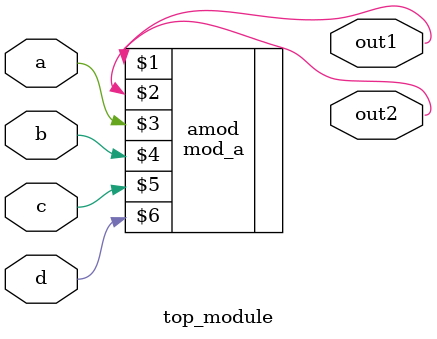
<source format=v>
module top_module ( 
    input a, 
    input b, 
    input c,
    input d,
    output out1,
    output out2
);
	
    mod_a amod (out1,out2,a,b,c,d);
    
endmodule

</source>
